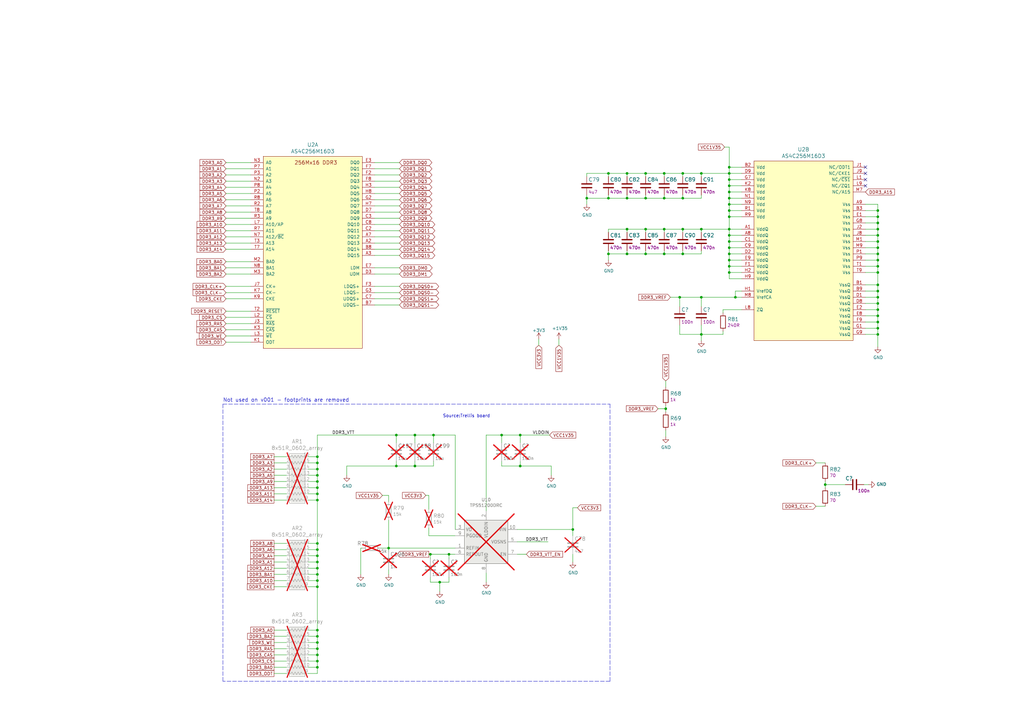
<source format=kicad_sch>
(kicad_sch (version 20231120) (generator "eeschema") (generator_version "8.0")
  (paper "A3")
  (title_block (title "${project_name}") (date "2025-03-12") (rev "${project_version}") (company "${project_creator}") (comment 1 "Reference - ecp5-dc-scm") (comment 2 "License: ${project_license}"))
  (junction (at 130.175 192.405))
  (junction (at 176.53 227.33))
  (junction (at 287.655 71.12))
  (junction (at 301.625 121.92))
  (junction (at 159.385 224.79))
  (junction (at 287.655 121.92))
  (junction (at 299.085 81.28))
  (junction (at 170.18 191.135))
  (junction (at 360.045 132.08))
  (junction (at 299.085 76.2))
  (junction (at 287.655 93.98))
  (junction (at 299.085 111.76))
  (junction (at 264.795 71.12))
  (junction (at 360.045 134.62))
  (junction (at 257.175 71.12))
  (junction (at 360.045 93.98))
  (junction (at 360.045 137.16))
  (junction (at 280.035 93.98))
  (junction (at 360.045 88.9))
  (junction (at 180.34 238.76))
  (junction (at 360.045 96.52))
  (junction (at 360.045 116.84))
  (junction (at 278.765 121.92))
  (junction (at 130.175 268.605))
  (junction (at 240.665 81.28))
  (junction (at 130.175 271.145))
  (junction (at 299.085 101.6))
  (junction (at 130.175 197.485))
  (junction (at 360.045 127))
  (junction (at 360.045 101.6))
  (junction (at 360.045 129.54))
  (junction (at 299.085 88.9))
  (junction (at 130.175 202.565))
  (junction (at 130.175 240.665))
  (junction (at 130.175 200.025))
  (junction (at 130.175 233.045))
  (junction (at 299.085 71.12))
  (junction (at 360.045 119.38))
  (junction (at 257.175 104.14))
  (junction (at 360.045 121.92))
  (junction (at 257.175 93.98))
  (junction (at 280.035 71.12))
  (junction (at 299.085 99.06))
  (junction (at 249.555 104.14))
  (junction (at 213.36 191.135))
  (junction (at 299.085 93.98))
  (junction (at 360.045 111.76))
  (junction (at 360.045 99.06))
  (junction (at 130.175 194.945))
  (junction (at 280.035 104.14))
  (junction (at 272.415 93.98))
  (junction (at 287.655 137.16))
  (junction (at 130.175 238.125))
  (junction (at 272.415 81.28))
  (junction (at 272.415 104.14))
  (junction (at 162.56 178.435))
  (junction (at 130.175 230.505))
  (junction (at 264.795 104.14))
  (junction (at 299.085 86.36))
  (junction (at 299.085 78.74))
  (junction (at 264.795 93.98))
  (junction (at 273.05 167.64))
  (junction (at 264.795 81.28))
  (junction (at 360.045 106.68))
  (junction (at 130.175 235.585))
  (junction (at 299.085 104.14))
  (junction (at 162.56 191.135))
  (junction (at 280.035 81.28))
  (junction (at 249.555 81.28))
  (junction (at 257.175 81.28))
  (junction (at 130.175 273.685))
  (junction (at 338.455 198.755))
  (junction (at 205.74 178.435))
  (junction (at 299.085 83.82))
  (junction (at 130.175 189.865))
  (junction (at 130.175 222.885))
  (junction (at 130.175 205.105))
  (junction (at 360.045 109.22))
  (junction (at 130.175 258.445))
  (junction (at 249.555 71.12))
  (junction (at 360.045 86.36))
  (junction (at 299.085 96.52))
  (junction (at 360.045 104.14))
  (junction (at 130.175 266.065))
  (junction (at 130.175 225.425))
  (junction (at 130.175 263.525))
  (junction (at 130.175 187.325))
  (junction (at 130.175 260.985))
  (junction (at 360.045 124.46))
  (junction (at 184.15 227.33))
  (junction (at 177.8 178.435))
  (junction (at 299.085 106.68))
  (junction (at 130.175 227.965))
  (junction (at 213.36 178.435))
  (junction (at 272.415 71.12))
  (junction (at 299.085 73.66))
  (junction (at 299.085 68.58))
  (junction (at 170.18 178.435))
  (junction (at 234.95 217.17))
  (junction (at 299.085 109.22))
  (junction (at 360.045 91.44))
  (no_connect (at 354.965 73.66))
  (no_connect (at 354.965 68.58))
  (no_connect (at 354.965 71.12))
  (no_connect (at 354.965 76.2))
  (wire (pts (xy 112.395 202.565) (xy 117.475 202.565)))
  (wire (pts (xy 296.545 127) (xy 304.165 127)))
  (wire (pts (xy 304.165 83.82) (xy 299.085 83.82)))
  (wire (pts (xy 162.56 178.435) (xy 162.56 181.61)))
  (wire (pts (xy 280.035 104.14) (xy 287.655 104.14)))
  (wire (pts (xy 153.67 112.395) (xy 163.83 112.395)))
  (wire (pts (xy 212.09 217.17) (xy 234.95 217.17)))
  (wire (pts (xy 304.165 81.28) (xy 299.085 81.28)))
  (wire (pts (xy 170.18 178.435) (xy 177.8 178.435)))
  (polyline (pts (xy 250.19 165.735) (xy 250.19 279.4)) (stroke (width 0) (type dash)))
  (wire (pts (xy 117.475 266.065) (xy 112.395 266.065)))
  (polyline (pts (xy 91.44 165.735) (xy 250.19 165.735)) (stroke (width 0) (type dash)))
  (wire (pts (xy 304.165 96.52) (xy 299.085 96.52)))
  (wire (pts (xy 234.95 227.33) (xy 234.95 230.505)))
  (wire (pts (xy 354.965 119.38) (xy 360.045 119.38)))
  (wire (pts (xy 112.395 227.965) (xy 117.475 227.965)))
  (wire (pts (xy 112.395 271.145) (xy 117.475 271.145)))
  (wire (pts (xy 287.655 71.12) (xy 287.655 72.39)))
  (wire (pts (xy 130.175 187.325) (xy 130.175 189.865)))
  (wire (pts (xy 278.765 133.35) (xy 278.765 137.16)))
  (wire (pts (xy 112.395 263.525) (xy 117.475 263.525)))
  (wire (pts (xy 287.655 121.92) (xy 278.765 121.92)))
  (wire (pts (xy 92.71 127.635) (xy 102.87 127.635)))
  (wire (pts (xy 92.71 89.535) (xy 102.87 89.535)))
  (wire (pts (xy 226.06 191.135) (xy 226.06 194.945)))
  (wire (pts (xy 213.36 178.435) (xy 213.36 181.61)))
  (wire (pts (xy 130.175 266.065) (xy 126.365 266.065)))
  (wire (pts (xy 130.175 230.505) (xy 130.175 233.045)))
  (wire (pts (xy 304.165 111.76) (xy 299.085 111.76)))
  (wire (pts (xy 272.415 71.12) (xy 280.035 71.12)))
  (wire (pts (xy 92.71 92.075) (xy 102.87 92.075)))
  (wire (pts (xy 176.53 236.855) (xy 176.53 238.76)))
  (wire (pts (xy 112.395 235.585) (xy 117.475 235.585)))
  (wire (pts (xy 299.085 76.2) (xy 299.085 73.66)))
  (wire (pts (xy 304.165 76.2) (xy 299.085 76.2)))
  (wire (pts (xy 177.8 178.435) (xy 177.8 181.61)))
  (wire (pts (xy 92.71 109.855) (xy 102.87 109.855)))
  (wire (pts (xy 360.045 121.92) (xy 360.045 119.38)))
  (wire (pts (xy 299.085 83.82) (xy 299.085 81.28)))
  (wire (pts (xy 92.71 94.615) (xy 102.87 94.615)))
  (wire (pts (xy 304.165 86.36) (xy 299.085 86.36)))
  (wire (pts (xy 117.475 273.685) (xy 112.395 273.685)))
  (wire (pts (xy 287.655 139.7) (xy 287.655 137.16)))
  (wire (pts (xy 280.035 93.98) (xy 280.035 95.25)))
  (wire (pts (xy 354.33 198.755) (xy 356.235 198.755)))
  (wire (pts (xy 159.385 226.06) (xy 159.385 224.79)))
  (wire (pts (xy 130.175 178.435) (xy 162.56 178.435)))
  (wire (pts (xy 234.95 217.17) (xy 234.95 219.71)))
  (wire (pts (xy 354.965 101.6) (xy 360.045 101.6)))
  (wire (pts (xy 117.475 192.405) (xy 112.395 192.405)))
  (wire (pts (xy 126.365 235.585) (xy 130.175 235.585)))
  (wire (pts (xy 92.71 71.755) (xy 102.87 71.755)))
  (wire (pts (xy 175.895 203.2) (xy 174.625 203.2)))
  (wire (pts (xy 130.175 227.965) (xy 130.175 230.505)))
  (wire (pts (xy 112.395 230.505) (xy 117.475 230.505)))
  (wire (pts (xy 338.455 198.755) (xy 346.71 198.755)))
  (wire (pts (xy 257.175 80.01) (xy 257.175 81.28)))
  (wire (pts (xy 299.085 81.28) (xy 299.085 78.74)))
  (wire (pts (xy 176.53 227.33) (xy 176.53 229.235)))
  (wire (pts (xy 299.085 88.9) (xy 299.085 86.36)))
  (wire (pts (xy 92.71 132.715) (xy 102.87 132.715)))
  (wire (pts (xy 163.83 109.855) (xy 153.67 109.855)))
  (wire (pts (xy 130.175 197.485) (xy 130.175 200.025)))
  (wire (pts (xy 175.895 219.71) (xy 186.69 219.71)))
  (wire (pts (xy 130.175 187.325) (xy 130.175 178.435)))
  (wire (pts (xy 92.71 140.335) (xy 102.87 140.335)))
  (wire (pts (xy 205.74 178.435) (xy 213.36 178.435)))
  (wire (pts (xy 117.475 222.885) (xy 112.395 222.885)))
  (wire (pts (xy 299.085 106.68) (xy 299.085 104.14)))
  (wire (pts (xy 112.395 200.025) (xy 117.475 200.025)))
  (wire (pts (xy 130.175 192.405) (xy 130.175 194.945)))
  (wire (pts (xy 280.035 80.01) (xy 280.035 81.28)))
  (wire (pts (xy 130.175 263.525) (xy 130.175 266.065)))
  (wire (pts (xy 299.085 86.36) (xy 299.085 83.82)))
  (wire (pts (xy 360.045 99.06) (xy 360.045 96.52)))
  (wire (pts (xy 92.71 135.255) (xy 102.87 135.255)))
  (wire (pts (xy 360.045 129.54) (xy 360.045 127)))
  (wire (pts (xy 126.365 205.105) (xy 130.175 205.105)))
  (wire (pts (xy 299.085 73.66) (xy 299.085 71.12)))
  (wire (pts (xy 159.385 203.2) (xy 159.385 205.74)))
  (wire (pts (xy 360.045 116.84) (xy 360.045 111.76)))
  (wire (pts (xy 264.795 80.01) (xy 264.795 81.28)))
  (wire (pts (xy 163.83 79.375) (xy 153.67 79.375)))
  (wire (pts (xy 130.175 222.885) (xy 130.175 225.425)))
  (wire (pts (xy 240.665 71.12) (xy 249.555 71.12)))
  (wire (pts (xy 130.175 202.565) (xy 130.175 205.105)))
  (wire (pts (xy 126.365 240.665) (xy 130.175 240.665)))
  (wire (pts (xy 296.545 135.89) (xy 296.545 137.16)))
  (wire (pts (xy 148.59 224.79) (xy 147.955 224.79)))
  (wire (pts (xy 92.71 76.835) (xy 102.87 76.835)))
  (wire (pts (xy 264.795 93.98) (xy 272.415 93.98)))
  (wire (pts (xy 269.875 167.64) (xy 273.05 167.64)))
  (wire (pts (xy 360.045 134.62) (xy 360.045 132.08)))
  (wire (pts (xy 126.365 200.025) (xy 130.175 200.025)))
  (wire (pts (xy 92.71 107.315) (xy 102.87 107.315)))
  (wire (pts (xy 249.555 71.12) (xy 257.175 71.12)))
  (wire (pts (xy 126.365 260.985) (xy 130.175 260.985)))
  (wire (pts (xy 177.8 178.435) (xy 186.69 178.435)))
  (wire (pts (xy 175.895 227.33) (xy 176.53 227.33)))
  (wire (pts (xy 163.83 86.995) (xy 153.67 86.995)))
  (wire (pts (xy 170.18 189.23) (xy 170.18 191.135)))
  (wire (pts (xy 199.39 178.435) (xy 205.74 178.435)))
  (wire (pts (xy 162.56 189.23) (xy 162.56 191.135)))
  (wire (pts (xy 92.71 117.475) (xy 102.87 117.475)))
  (wire (pts (xy 130.175 233.045) (xy 130.175 235.585)))
  (wire (pts (xy 354.965 111.76) (xy 360.045 111.76)))
  (wire (pts (xy 126.365 194.945) (xy 130.175 194.945)))
  (wire (pts (xy 301.625 121.92) (xy 304.165 121.92)))
  (wire (pts (xy 287.655 71.12) (xy 299.085 71.12)))
  (wire (pts (xy 176.53 227.33) (xy 184.15 227.33)))
  (wire (pts (xy 299.085 96.52) (xy 299.085 93.98)))
  (polyline (pts (xy 250.19 279.4) (xy 91.44 279.4)) (stroke (width 0) (type dash)))
  (wire (pts (xy 130.175 238.125) (xy 126.365 238.125)))
  (wire (pts (xy 175.895 203.2) (xy 175.895 208.915)))
  (wire (pts (xy 354.965 93.98) (xy 360.045 93.98)))
  (wire (pts (xy 177.8 189.23) (xy 177.8 191.135)))
  (wire (pts (xy 272.415 80.01) (xy 272.415 81.28)))
  (wire (pts (xy 354.965 116.84) (xy 360.045 116.84)))
  (wire (pts (xy 272.415 102.87) (xy 272.415 104.14)))
  (wire (pts (xy 126.365 268.605) (xy 130.175 268.605)))
  (wire (pts (xy 126.365 192.405) (xy 130.175 192.405)))
  (wire (pts (xy 224.79 222.25) (xy 212.09 222.25)))
  (wire (pts (xy 130.175 273.685) (xy 130.175 271.145)))
  (wire (pts (xy 360.045 127) (xy 360.045 124.46)))
  (wire (pts (xy 299.085 78.74) (xy 299.085 76.2)))
  (wire (pts (xy 287.655 93.98) (xy 299.085 93.98)))
  (wire (pts (xy 360.045 119.38) (xy 360.045 116.84)))
  (wire (pts (xy 184.15 236.855) (xy 184.15 238.76)))
  (wire (pts (xy 334.645 207.645) (xy 338.455 207.645)))
  (wire (pts (xy 126.365 276.225) (xy 130.175 276.225)))
  (wire (pts (xy 354.965 129.54) (xy 360.045 129.54)))
  (wire (pts (xy 299.085 111.76) (xy 299.085 109.22)))
  (wire (pts (xy 126.365 263.525) (xy 130.175 263.525)))
  (wire (pts (xy 296.545 137.16) (xy 287.655 137.16)))
  (wire (pts (xy 163.83 71.755) (xy 153.67 71.755)))
  (wire (pts (xy 240.665 81.28) (xy 240.665 83.82)))
  (wire (pts (xy 92.71 66.675) (xy 102.87 66.675)))
  (wire (pts (xy 272.415 71.12) (xy 272.415 72.39)))
  (wire (pts (xy 249.555 102.87) (xy 249.555 104.14)))
  (wire (pts (xy 159.385 224.79) (xy 156.21 224.79)))
  (wire (pts (xy 163.83 120.015) (xy 153.67 120.015)))
  (wire (pts (xy 147.955 224.79) (xy 147.955 235.585)))
  (wire (pts (xy 117.475 258.445) (xy 112.395 258.445)))
  (wire (pts (xy 296.545 127) (xy 296.545 128.27)))
  (wire (pts (xy 272.415 104.14) (xy 280.035 104.14)))
  (wire (pts (xy 163.83 76.835) (xy 153.67 76.835)))
  (wire (pts (xy 130.175 205.105) (xy 130.175 222.885)))
  (wire (pts (xy 360.045 124.46) (xy 360.045 121.92)))
  (wire (pts (xy 112.395 187.325) (xy 117.475 187.325)))
  (wire (pts (xy 240.665 80.01) (xy 240.665 81.28)))
  (wire (pts (xy 299.085 109.22) (xy 299.085 106.68)))
  (wire (pts (xy 280.035 71.12) (xy 280.035 72.39)))
  (wire (pts (xy 360.045 101.6) (xy 360.045 99.06)))
  (wire (pts (xy 249.555 93.98) (xy 249.555 95.25)))
  (wire (pts (xy 126.365 230.505) (xy 130.175 230.505)))
  (wire (pts (xy 163.83 125.095) (xy 153.67 125.095)))
  (wire (pts (xy 162.56 178.435) (xy 170.18 178.435)))
  (wire (pts (xy 180.34 238.76) (xy 184.15 238.76)))
  (wire (pts (xy 117.475 225.425) (xy 112.395 225.425)))
  (wire (pts (xy 287.655 80.01) (xy 287.655 81.28)))
  (wire (pts (xy 264.795 71.12) (xy 264.795 72.39)))
  (wire (pts (xy 163.83 74.295) (xy 153.67 74.295)))
  (wire (pts (xy 249.555 104.14) (xy 257.175 104.14)))
  (wire (pts (xy 354.965 137.16) (xy 360.045 137.16)))
  (wire (pts (xy 304.165 88.9) (xy 299.085 88.9)))
  (wire (pts (xy 92.71 137.795) (xy 102.87 137.795)))
  (wire (pts (xy 130.175 202.565) (xy 126.365 202.565)))
  (wire (pts (xy 112.395 197.485) (xy 117.475 197.485)))
  (wire (pts (xy 184.15 227.33) (xy 186.69 227.33)))
  (wire (pts (xy 354.965 127) (xy 360.045 127)))
  (wire (pts (xy 92.71 130.175) (xy 102.87 130.175)))
  (wire (pts (xy 249.555 71.12) (xy 249.555 72.39)))
  (wire (pts (xy 177.8 191.135) (xy 170.18 191.135)))
  (wire (pts (xy 360.045 86.36) (xy 360.045 83.82)))
  (wire (pts (xy 287.655 93.98) (xy 287.655 95.25)))
  (wire (pts (xy 142.24 191.135) (xy 142.24 194.945)))
  (wire (pts (xy 257.175 93.98) (xy 257.175 95.25)))
  (wire (pts (xy 297.18 60.325) (xy 299.085 60.325)))
  (wire (pts (xy 354.965 88.9) (xy 360.045 88.9)))
  (wire (pts (xy 213.36 178.435) (xy 225.425 178.435)))
  (wire (pts (xy 159.385 235.585) (xy 159.385 233.68)))
  (wire (pts (xy 287.655 133.35) (xy 287.655 137.16)))
  (wire (pts (xy 249.555 93.98) (xy 257.175 93.98)))
  (wire (pts (xy 92.71 69.215) (xy 102.87 69.215)))
  (wire (pts (xy 273.05 167.64) (xy 273.05 168.91)))
  (wire (pts (xy 264.795 71.12) (xy 272.415 71.12)))
  (wire (pts (xy 354.965 96.52) (xy 360.045 96.52)))
  (wire (pts (xy 360.045 106.68) (xy 360.045 104.14)))
  (wire (pts (xy 92.71 79.375) (xy 102.87 79.375)))
  (wire (pts (xy 130.175 200.025) (xy 130.175 202.565)))
  (wire (pts (xy 354.965 104.14) (xy 360.045 104.14)))
  (wire (pts (xy 301.625 119.38) (xy 301.625 121.92)))
  (wire (pts (xy 153.67 66.675) (xy 163.83 66.675)))
  (wire (pts (xy 354.965 134.62) (xy 360.045 134.62)))
  (wire (pts (xy 360.045 83.82) (xy 354.965 83.82)))
  (wire (pts (xy 126.365 187.325) (xy 130.175 187.325)))
  (wire (pts (xy 272.415 93.98) (xy 280.035 93.98)))
  (wire (pts (xy 264.795 93.98) (xy 264.795 95.25)))
  (wire (pts (xy 162.56 191.135) (xy 142.24 191.135)))
  (wire (pts (xy 240.665 71.12) (xy 240.665 72.39)))
  (wire (pts (xy 126.365 225.425) (xy 130.175 225.425)))
  (wire (pts (xy 159.385 203.2) (xy 156.845 203.2)))
  (wire (pts (xy 205.74 189.23) (xy 205.74 191.135)))
  (wire (pts (xy 213.36 191.135) (xy 226.06 191.135)))
  (wire (pts (xy 112.395 240.665) (xy 117.475 240.665)))
  (wire (pts (xy 287.655 102.87) (xy 287.655 104.14)))
  (wire (pts (xy 257.175 71.12) (xy 264.795 71.12)))
  (wire (pts (xy 360.045 91.44) (xy 360.045 88.9)))
  (wire (pts (xy 130.175 225.425) (xy 130.175 227.965)))
  (wire (pts (xy 163.83 104.775) (xy 153.67 104.775)))
  (wire (pts (xy 130.175 240.665) (xy 130.175 258.445)))
  (wire (pts (xy 274.955 121.92) (xy 278.765 121.92)))
  (wire (pts (xy 130.175 227.965) (xy 126.365 227.965)))
  (wire (pts (xy 354.965 132.08) (xy 360.045 132.08)))
  (wire (pts (xy 299.085 104.14) (xy 299.085 101.6)))
  (wire (pts (xy 280.035 102.87) (xy 280.035 104.14)))
  (wire (pts (xy 299.085 114.3) (xy 299.085 111.76)))
  (wire (pts (xy 184.15 227.33) (xy 184.15 229.235)))
  (wire (pts (xy 205.74 178.435) (xy 205.74 181.61)))
  (wire (pts (xy 126.365 189.865) (xy 130.175 189.865)))
  (wire (pts (xy 273.05 156.21) (xy 273.05 158.75)))
  (wire (pts (xy 170.18 178.435) (xy 170.18 181.61)))
  (wire (pts (xy 304.165 114.3) (xy 299.085 114.3)))
  (wire (pts (xy 130.175 273.685) (xy 126.365 273.685)))
  (wire (pts (xy 112.395 268.605) (xy 117.475 268.605)))
  (wire (pts (xy 299.085 93.98) (xy 299.085 88.9)))
  (wire (pts (xy 92.71 112.395) (xy 102.87 112.395)))
  (wire (pts (xy 159.385 224.79) (xy 186.69 224.79)))
  (wire (pts (xy 360.045 93.98) (xy 360.045 91.44)))
  (wire (pts (xy 304.165 104.14) (xy 299.085 104.14)))
  (wire (pts (xy 92.71 102.235) (xy 102.87 102.235)))
  (wire (pts (xy 215.9 227.33) (xy 212.09 227.33)))
  (wire (pts (xy 112.395 189.865) (xy 117.475 189.865)))
  (wire (pts (xy 170.18 191.135) (xy 162.56 191.135)))
  (wire (pts (xy 273.05 176.53) (xy 273.05 179.07)))
  (wire (pts (xy 257.175 93.98) (xy 264.795 93.98)))
  (wire (pts (xy 272.415 81.28) (xy 280.035 81.28)))
  (wire (pts (xy 360.045 109.22) (xy 360.045 106.68)))
  (wire (pts (xy 249.555 106.68) (xy 249.555 104.14)))
  (wire (pts (xy 130.175 271.145) (xy 130.175 268.605)))
  (wire (pts (xy 304.165 73.66) (xy 299.085 73.66)))
  (wire (pts (xy 354.965 86.36) (xy 360.045 86.36)))
  (wire (pts (xy 264.795 104.14) (xy 272.415 104.14)))
  (wire (pts (xy 220.98 139.065) (xy 220.98 141.605)))
  (wire (pts (xy 299.085 101.6) (xy 299.085 99.06)))
  (wire (pts (xy 280.035 93.98) (xy 287.655 93.98)))
  (wire (pts (xy 257.175 104.14) (xy 264.795 104.14)))
  (wire (pts (xy 186.69 178.435) (xy 186.69 217.17)))
  (wire (pts (xy 130.175 222.885) (xy 126.365 222.885)))
  (wire (pts (xy 92.71 86.995) (xy 102.87 86.995)))
  (wire (pts (xy 354.965 99.06) (xy 360.045 99.06)))
  (wire (pts (xy 229.235 139.065) (xy 229.235 141.605)))
  (wire (pts (xy 360.045 142.24) (xy 360.045 137.16)))
  (wire (pts (xy 338.455 198.755) (xy 338.455 197.485)))
  (wire (pts (xy 287.655 121.92) (xy 287.655 125.73)))
  (wire (pts (xy 304.165 99.06) (xy 299.085 99.06)))
  (wire (pts (xy 280.035 81.28) (xy 287.655 81.28)))
  (wire (pts (xy 126.365 233.045) (xy 130.175 233.045)))
  (wire (pts (xy 199.39 238.76) (xy 199.39 234.95)))
  (wire (pts (xy 304.165 78.74) (xy 299.085 78.74)))
  (wire (pts (xy 199.39 178.435) (xy 199.39 209.55)))
  (wire (pts (xy 92.71 74.295) (xy 102.87 74.295)))
  (wire (pts (xy 92.71 99.695) (xy 102.87 99.695)))
  (wire (pts (xy 163.83 122.555) (xy 153.67 122.555)))
  (wire (pts (xy 280.035 71.12) (xy 287.655 71.12)))
  (wire (pts (xy 213.36 189.23) (xy 213.36 191.135)))
  (wire (pts (xy 163.83 89.535) (xy 153.67 89.535)))
  (wire (pts (xy 130.175 197.485) (xy 126.365 197.485)))
  (wire (pts (xy 354.965 91.44) (xy 360.045 91.44)))
  (wire (pts (xy 180.34 242.57) (xy 180.34 238.76)))
  (wire (pts (xy 304.165 109.22) (xy 299.085 109.22)))
  (wire (pts (xy 249.555 80.01) (xy 249.555 81.28)))
  (wire (pts (xy 354.965 106.68) (xy 360.045 106.68)))
  (wire (pts (xy 159.385 213.36) (xy 159.385 224.79)))
  (wire (pts (xy 126.365 271.145) (xy 130.175 271.145)))
  (wire (pts (xy 163.83 84.455) (xy 153.67 84.455)))
  (wire (pts (xy 273.05 166.37) (xy 273.05 167.64)))
  (wire (pts (xy 304.165 106.68) (xy 299.085 106.68)))
  (wire (pts (xy 163.83 117.475) (xy 153.67 117.475)))
  (wire (pts (xy 299.085 60.325) (xy 299.085 68.58)))
  (wire (pts (xy 112.395 238.125) (xy 117.475 238.125)))
  (wire (pts (xy 92.71 122.555) (xy 102.87 122.555)))
  (wire (pts (xy 163.83 92.075) (xy 153.67 92.075)))
  (wire (pts (xy 130.175 238.125) (xy 130.175 240.665)))
  (wire (pts (xy 304.165 119.38) (xy 301.625 119.38)))
  (wire (pts (xy 304.165 68.58) (xy 299.085 68.58)))
  (wire (pts (xy 163.83 94.615) (xy 153.67 94.615)))
  (wire (pts (xy 92.71 97.155) (xy 102.87 97.155)))
  (wire (pts (xy 360.045 104.14) (xy 360.045 101.6)))
  (wire (pts (xy 112.395 194.945) (xy 117.475 194.945)))
  (wire (pts (xy 234.95 208.28) (xy 236.855 208.28)))
  (wire (pts (xy 163.83 69.215) (xy 153.67 69.215)))
  (wire (pts (xy 130.175 189.865) (xy 130.175 192.405)))
  (wire (pts (xy 299.085 71.12) (xy 299.085 68.58)))
  (wire (pts (xy 130.175 235.585) (xy 130.175 238.125)))
  (wire (pts (xy 176.53 238.76) (xy 180.34 238.76)))
  (wire (pts (xy 175.895 216.535) (xy 175.895 219.71)))
  (wire (pts (xy 130.175 268.605) (xy 130.175 266.065)))
  (wire (pts (xy 360.045 132.08) (xy 360.045 129.54)))
  (wire (pts (xy 92.71 120.015) (xy 102.87 120.015)))
  (polyline (pts (xy 91.44 279.4) (xy 91.44 165.735)) (stroke (width 0) (type dash)))
  (wire (pts (xy 338.455 200.025) (xy 338.455 198.755)))
  (wire (pts (xy 264.795 102.87) (xy 264.795 104.14)))
  (wire (pts (xy 304.165 93.98) (xy 299.085 93.98)))
  (wire (pts (xy 117.475 233.045) (xy 112.395 233.045)))
  (wire (pts (xy 163.83 102.235) (xy 153.67 102.235)))
  (wire (pts (xy 257.175 81.28) (xy 264.795 81.28)))
  (wire (pts (xy 257.175 71.12) (xy 257.175 72.39)))
  (wire (pts (xy 112.395 260.985) (xy 117.475 260.985)))
  (wire (pts (xy 249.555 81.28) (xy 257.175 81.28)))
  (wire (pts (xy 360.045 137.16) (xy 360.045 134.62)))
  (wire (pts (xy 354.965 109.22) (xy 360.045 109.22)))
  (wire (pts (xy 264.795 81.28) (xy 272.415 81.28)))
  (wire (pts (xy 257.175 102.87) (xy 257.175 104.14)))
  (wire (pts (xy 163.83 99.695) (xy 153.67 99.695)))
  (wire (pts (xy 112.395 205.105) (xy 117.475 205.105)))
  (wire (pts (xy 130.175 260.985) (xy 130.175 263.525)))
  (wire (pts (xy 287.655 121.92) (xy 301.625 121.92)))
  (wire (pts (xy 360.045 96.52) (xy 360.045 93.98)))
  (wire (pts (xy 163.83 97.155) (xy 153.67 97.155)))
  (wire (pts (xy 92.71 81.915) (xy 102.87 81.915)))
  (wire (pts (xy 360.045 111.76) (xy 360.045 109.22)))
  (wire (pts (xy 299.085 99.06) (xy 299.085 96.52)))
  (wire (pts (xy 130.175 273.685) (xy 130.175 276.225)))
  (wire (pts (xy 130.175 194.945) (xy 130.175 197.485)))
  (wire (pts (xy 287.655 137.16) (xy 278.765 137.16)))
  (wire (pts (xy 130.175 258.445) (xy 130.175 260.985)))
  (wire (pts (xy 354.965 121.92) (xy 360.045 121.92)))
  (wire (pts (xy 234.95 208.28) (xy 234.95 217.17)))
  (wire (pts (xy 360.045 88.9) (xy 360.045 86.36)))
  (wire (pts (xy 240.665 81.28) (xy 249.555 81.28)))
  (wire (pts (xy 278.765 121.92) (xy 278.765 125.73)))
  (wire (pts (xy 112.395 276.225) (xy 117.475 276.225)))
  (wire (pts (xy 130.175 258.445) (xy 126.365 258.445)))
  (wire (pts (xy 92.71 84.455) (xy 102.87 84.455)))
  (wire (pts (xy 354.965 124.46) (xy 360.045 124.46)))
  (wire (pts (xy 338.455 189.865) (xy 334.645 189.865)))
  (wire (pts (xy 163.83 81.915) (xy 153.67 81.915)))
  (wire (pts (xy 272.415 93.98) (xy 272.415 95.25)))
  (wire (pts (xy 304.165 101.6) (xy 299.085 101.6)))
  (wire (pts (xy 213.36 191.135) (xy 205.74 191.135)))
  (wire (pts (xy 304.165 71.12) (xy 299.085 71.12)))
  (text "Not used on v001 - footprints are removed" (at 91.44 165.1 0) (effects (font (size 1.524 1.524)) (justify left bottom)))
  (text "Source:Trellis board" (at 181.61 171.45 0) (effects (font (size 1.27 1.27)) (justify left bottom)))
  (label "VLDOIN" (at 218.44 178.435 0))
  (label "DDR3_VTT" (at 145.415 178.435 180))
  (label "DDR3_VTT" (at 224.79 222.25 180))
  (global_label "DDR3_A1" (shape input) (at 92.71 69.215 180) (property "Intersheetrefs" "${INTERSHEET_REFS}" (effects (hide yes))))
  (global_label "DDR3_A9" (shape passive) (at 112.395 197.485 180) (property "Intersheetrefs" "${INTERSHEET_REFS}" (effects (hide yes))))
  (global_label "DDR3_DQ14" (shape bidirectional) (at 163.83 102.235 0) (property "Intersheetrefs" "${INTERSHEET_REFS}" (effects (hide yes))))
  (global_label "DDR3_WE" (shape input) (at 92.71 137.795 180) (property "Intersheetrefs" "${INTERSHEET_REFS}" (effects (hide yes))))
  (global_label "DDR3_A10" (shape passive) (at 112.395 238.125 180) (property "Intersheetrefs" "${INTERSHEET_REFS}" (effects (hide yes))))
  (global_label "DDR3_A11" (shape passive) (at 112.395 202.565 180) (property "Intersheetrefs" "${INTERSHEET_REFS}" (effects (hide yes))))
  (global_label "DDR3_DQ1" (shape bidirectional) (at 163.83 69.215 0) (property "Intersheetrefs" "${INTERSHEET_REFS}" (effects (hide yes))))
  (global_label "DDR3_A7" (shape input) (at 92.71 84.455 180) (property "Intersheetrefs" "${INTERSHEET_REFS}" (effects (hide yes))))
  (global_label "DDR3_BA2" (shape passive) (at 112.395 260.985 180) (property "Intersheetrefs" "${INTERSHEET_REFS}" (effects (hide yes))))
  (global_label "DDR3_A14" (shape passive) (at 112.395 205.105 180) (property "Intersheetrefs" "${INTERSHEET_REFS}" (effects (hide yes))))
  (global_label "DDR3_A14" (shape input) (at 92.71 102.235 180) (property "Intersheetrefs" "${INTERSHEET_REFS}" (effects (hide yes))))
  (global_label "DDR3_DQ2" (shape bidirectional) (at 163.83 71.755 0) (property "Intersheetrefs" "${INTERSHEET_REFS}" (effects (hide yes))))
  (global_label "DDR3_CS" (shape input) (at 92.71 130.175 180) (property "Intersheetrefs" "${INTERSHEET_REFS}" (effects (hide yes))))
  (global_label "DDR3_DQS1-" (shape bidirectional) (at 163.83 125.095 0) (property "Intersheetrefs" "${INTERSHEET_REFS}" (effects (hide yes))))
  (global_label "DDR3_ODT" (shape passive) (at 112.395 276.225 180) (property "Intersheetrefs" "${INTERSHEET_REFS}" (effects (hide yes))))
  (global_label "DDR3_DQ7" (shape bidirectional) (at 163.83 84.455 0) (property "Intersheetrefs" "${INTERSHEET_REFS}" (effects (hide yes))))
  (global_label "DDR3_A5" (shape passive) (at 112.395 194.945 180) (property "Intersheetrefs" "${INTERSHEET_REFS}" (effects (hide yes))))
  (global_label "DDR3_A5" (shape input) (at 92.71 79.375 180) (property "Intersheetrefs" "${INTERSHEET_REFS}" (effects (hide yes))))
  (global_label "DDR3_DQ6" (shape bidirectional) (at 163.83 81.915 0) (property "Intersheetrefs" "${INTERSHEET_REFS}" (effects (hide yes))))
  (global_label "DDR3_A7" (shape passive) (at 112.395 187.325 180) (property "Intersheetrefs" "${INTERSHEET_REFS}" (effects (hide yes))))
  (global_label "DDR3_A1" (shape passive) (at 112.395 230.505 180) (property "Intersheetrefs" "${INTERSHEET_REFS}" (effects (hide yes))))
  (global_label "DDR3_VTT_EN" (shape input) (at 215.9 227.33 0) (property "Intersheetrefs" "${INTERSHEET_REFS}" (effects (hide yes))))
  (global_label "VCC1V35" (shape input) (at 156.845 203.2 180) (property "Intersheetrefs" "${INTERSHEET_REFS}" (effects (hide yes))))
  (global_label "DDR3_DQS0-" (shape bidirectional) (at 163.83 120.015 0) (property "Intersheetrefs" "${INTERSHEET_REFS}" (effects (hide yes))))
  (global_label "DDR3_DQS1+" (shape bidirectional) (at 163.83 122.555 0) (property "Intersheetrefs" "${INTERSHEET_REFS}" (effects (hide yes))))
  (global_label "DDR3_DQ8" (shape bidirectional) (at 163.83 86.995 0) (property "Intersheetrefs" "${INTERSHEET_REFS}" (effects (hide yes))))
  (global_label "DDR3_A8" (shape input) (at 92.71 86.995 180) (property "Intersheetrefs" "${INTERSHEET_REFS}" (effects (hide yes))))
  (global_label "DDR3_A13" (shape passive) (at 112.395 200.025 180) (property "Intersheetrefs" "${INTERSHEET_REFS}" (effects (hide yes))))
  (global_label "DDR3_A2" (shape input) (at 92.71 71.755 180) (property "Intersheetrefs" "${INTERSHEET_REFS}" (effects (hide yes))))
  (global_label "DDR3_WE" (shape passive) (at 112.395 263.525 180) (property "Intersheetrefs" "${INTERSHEET_REFS}" (effects (hide yes))))
  (global_label "DDR3_A10" (shape input) (at 92.71 92.075 180) (property "Intersheetrefs" "${INTERSHEET_REFS}" (effects (hide yes))))
  (global_label "DDR3_A0" (shape passive) (at 112.395 258.445 180) (property "Intersheetrefs" "${INTERSHEET_REFS}" (effects (hide yes))))
  (global_label "DDR3_DQ4" (shape bidirectional) (at 163.83 76.835 0) (property "Intersheetrefs" "${INTERSHEET_REFS}" (effects (hide yes))))
  (global_label "DDR3_VREF" (shape input) (at 269.875 167.64 180) (property "Intersheetrefs" "${INTERSHEET_REFS}" (effects (hide yes))))
  (global_label "DDR3_A13" (shape input) (at 92.71 99.695 180) (property "Intersheetrefs" "${INTERSHEET_REFS}" (effects (hide yes))))
  (global_label "DDR3_VREF" (shape input) (at 274.955 121.92 180) (property "Intersheetrefs" "${INTERSHEET_REFS}" (effects (hide yes))))
  (global_label "DDR3_A12" (shape passive) (at 112.395 233.045 180) (property "Intersheetrefs" "${INTERSHEET_REFS}" (effects (hide yes))))
  (global_label "DDR3_A4" (shape input) (at 92.71 76.835 180) (property "Intersheetrefs" "${INTERSHEET_REFS}" (effects (hide yes))))
  (global_label "DDR3_DQ13" (shape bidirectional) (at 163.83 99.695 0) (property "Intersheetrefs" "${INTERSHEET_REFS}" (effects (hide yes))))
  (global_label "DDR3_BA1" (shape passive) (at 112.395 235.585 180) (property "Intersheetrefs" "${INTERSHEET_REFS}" (effects (hide yes))))
  (global_label "VCC1V35" (shape input) (at 297.18 60.325 180) (property "Intersheetrefs" "${INTERSHEET_REFS}" (effects (hide yes))))
  (global_label "DDR3_DQ0" (shape bidirectional) (at 163.83 66.675 0) (property "Intersheetrefs" "${INTERSHEET_REFS}" (effects (hide yes))))
  (global_label "DDR3_CLK-" (shape input) (at 334.645 207.645 180) (property "Intersheetrefs" "${INTERSHEET_REFS}" (effects (hide yes))))
  (global_label "DDR3_BA2" (shape input) (at 92.71 112.395 180) (property "Intersheetrefs" "${INTERSHEET_REFS}" (effects (hide yes))))
  (global_label "DDR3_BA0" (shape passive) (at 112.395 273.685 180) (property "Intersheetrefs" "${INTERSHEET_REFS}" (effects (hide yes))))
  (global_label "DDR3_A3" (shape passive) (at 112.395 189.865 180) (property "Intersheetrefs" "${INTERSHEET_REFS}" (effects (hide yes))))
  (global_label "DDR3_DQ15" (shape bidirectional) (at 163.83 104.775 0) (property "Intersheetrefs" "${INTERSHEET_REFS}" (effects (hide yes))))
  (global_label "DDR3_DQ9" (shape bidirectional) (at 163.83 89.535 0) (property "Intersheetrefs" "${INTERSHEET_REFS}" (effects (hide yes))))
  (global_label "DDR3_RESET" (shape input) (at 92.71 127.635 180) (property "Intersheetrefs" "${INTERSHEET_REFS}" (effects (hide yes))))
  (global_label "DDR3_CS" (shape passive) (at 112.395 271.145 180) (property "Intersheetrefs" "${INTERSHEET_REFS}" (effects (hide yes))))
  (global_label "DDR3_RAS" (shape input) (at 92.71 132.715 180) (property "Intersheetrefs" "${INTERSHEET_REFS}" (effects (hide yes))))
  (global_label "DDR3_A6" (shape passive) (at 112.395 225.425 180) (property "Intersheetrefs" "${INTERSHEET_REFS}" (effects (hide yes))))
  (global_label "VCC3V3" (shape input) (at 236.855 208.28 0) (property "Intersheetrefs" "${INTERSHEET_REFS}" (effects (hide yes))))
  (global_label "DDR3_A12" (shape input) (at 92.71 97.155 180) (property "Intersheetrefs" "${INTERSHEET_REFS}" (effects (hide yes))))
  (global_label "DDR3_ODT" (shape input) (at 92.71 140.335 180) (property "Intersheetrefs" "${INTERSHEET_REFS}" (effects (hide yes))))
  (global_label "DDR3_DQ11" (shape bidirectional) (at 163.83 94.615 0) (property "Intersheetrefs" "${INTERSHEET_REFS}" (effects (hide yes))))
  (global_label "DDR3_BA0" (shape input) (at 92.71 107.315 180) (property "Intersheetrefs" "${INTERSHEET_REFS}" (effects (hide yes))))
  (global_label "VCC1V35" (shape input) (at 273.05 156.21 90) (property "Intersheetrefs" "${INTERSHEET_REFS}" (effects (hide yes))))
  (global_label "DDR3_RAS" (shape passive) (at 112.395 266.065 180) (property "Intersheetrefs" "${INTERSHEET_REFS}" (effects (hide yes))))
  (global_label "VCC1V35" (shape input) (at 229.235 141.605 270) (property "Intersheetrefs" "${INTERSHEET_REFS}" (effects (hide yes))))
  (global_label "DDR3_A8" (shape passive) (at 112.395 222.885 180) (property "Intersheetrefs" "${INTERSHEET_REFS}" (effects (hide yes))))
  (global_label "DDR3_A2" (shape passive) (at 112.395 192.405 180) (property "Intersheetrefs" "${INTERSHEET_REFS}" (effects (hide yes))))
  (global_label "DDR3_DQS0+" (shape bidirectional) (at 163.83 117.475 0) (property "Intersheetrefs" "${INTERSHEET_REFS}" (effects (hide yes))))
  (global_label "VCC3V3" (shape input) (at 220.98 141.605 270) (property "Intersheetrefs" "${INTERSHEET_REFS}" (effects (hide yes))))
  (global_label "DDR3_CLK+" (shape input) (at 334.645 189.865 180) (property "Intersheetrefs" "${INTERSHEET_REFS}" (effects (hide yes))))
  (global_label "DDR3_DQ5" (shape bidirectional) (at 163.83 79.375 0) (property "Intersheetrefs" "${INTERSHEET_REFS}" (effects (hide yes))))
  (global_label "DDR3_DQ3" (shape bidirectional) (at 163.83 74.295 0) (property "Intersheetrefs" "${INTERSHEET_REFS}" (effects (hide yes))))
  (global_label "DDR3_CAS" (shape input) (at 92.71 135.255 180) (property "Intersheetrefs" "${INTERSHEET_REFS}" (effects (hide yes))))
  (global_label "VCC3V3" (shape input) (at 174.625 203.2 180) (property "Intersheetrefs" "${INTERSHEET_REFS}" (effects (hide yes))))
  (global_label "DDR3_CLK+" (shape input) (at 92.71 117.475 180) (property "Intersheetrefs" "${INTERSHEET_REFS}" (effects (hide yes))))
  (global_label "DDR3_A6" (shape input) (at 92.71 81.915 180) (property "Intersheetrefs" "${INTERSHEET_REFS}" (effects (hide yes))))
  (global_label "DDR3_CLK-" (shape input) (at 92.71 120.015 180) (property "Intersheetrefs" "${INTERSHEET_REFS}" (effects (hide yes))))
  (global_label "DDR3_A11" (shape input) (at 92.71 94.615 180) (property "Intersheetrefs" "${INTERSHEET_REFS}" (effects (hide yes))))
  (global_label "DDR3_DM0" (shape bidirectional) (at 163.83 109.855 0) (property "Intersheetrefs" "${INTERSHEET_REFS}" (effects (hide yes))))
  (global_label "DDR3_CKE" (shape input) (at 92.71 122.555 180) (property "Intersheetrefs" "${INTERSHEET_REFS}" (effects (hide yes))))
  (global_label "DDR3_A3" (shape input) (at 92.71 74.295 180) (property "Intersheetrefs" "${INTERSHEET_REFS}" (effects (hide yes))))
  (global_label "DDR3_DQ10" (shape bidirectional) (at 163.83 92.075 0) (property "Intersheetrefs" "${INTERSHEET_REFS}" (effects (hide yes))))
  (global_label "DDR3_BA1" (shape input) (at 92.71 109.855 180) (property "Intersheetrefs" "${INTERSHEET_REFS}" (effects (hide yes))))
  (global_label "DDR3_A15" (shape input) (at 354.965 78.74 0) (property "Intersheetrefs" "${INTERSHEET_REFS}" (effects (hide yes))))
  (global_label "DDR3_DQ12" (shape bidirectional) (at 163.83 97.155 0) (property "Intersheetrefs" "${INTERSHEET_REFS}" (effects (hide yes))))
  (global_label "DDR3_A4" (shape passive) (at 112.395 227.965 180) (property "Intersheetrefs" "${INTERSHEET_REFS}" (effects (hide yes))))
  (global_label "DDR3_DM1" (shape bidirectional) (at 163.83 112.395 0) (property "Intersheetrefs" "${INTERSHEET_REFS}" (effects (hide yes))))
  (global_label "DDR3_A0" (shape input) (at 92.71 66.675 180) (property "Intersheetrefs" "${INTERSHEET_REFS}" (effects (hide yes))))
  (global_label "VCC1V35" (shape input) (at 225.425 178.435 0) (property "Intersheetrefs" "${INTERSHEET_REFS}" (effects (hide yes))))
  (global_label "DDR3_CKE" (shape passive) (at 112.395 240.665 180) (property "Intersheetrefs" "${INTERSHEET_REFS}" (effects (hide yes))))
  (global_label "DDR3_VREF" (shape output) (at 175.895 227.33 180) (property "Intersheetrefs" "${INTERSHEET_REFS}" (effects (hide yes))))
  (global_label "DDR3_CAS" (shape passive) (at 112.395 268.605 180) (property "Intersheetrefs" "${INTERSHEET_REFS}" (effects (hide yes))))
  (global_label "DDR3_A9" (shape input) (at 92.71 89.535 180) (property "Intersheetrefs" "${INTERSHEET_REFS}" (effects (hide yes))))
  (symbol (lib_id "ecp5-dc-scm:R_51R_0402") (at 338.455 193.675 270) (unit 1)
    (property "Reference" "R82" (at 340.233 192.532 90) (effects (font (size 1.524 1.524)) (justify left)))
    (property "Value" "70" (effects (hide yes)))
    (property "Footprint" "Resistor_SMD:R_0402_1005Metric" (effects (hide yes)))
    (property "Manufacturer" "YAGEO" (effects (hide yes)))
    (property "MPN" "RC0402FR-0751RL" (effects (hide yes)))
    (property "Val" "70" (at 340.233 195.0212 90) (effects (justify left)))
  )
  (symbol (lib_id "ecp5-dc-scm:R_51R_0402") (at 338.455 203.835 270) (unit 1)
    (property "Reference" "R83" (at 340.233 202.692 90) (effects (font (size 1.524 1.524)) (justify left)))
    (property "Value" "70" (effects (hide yes)))
    (property "Footprint" "Resistor_SMD:R_0402_1005Metric" (effects (hide yes)))
    (property "Manufacturer" "YAGEO" (effects (hide yes)))
    (property "MPN" "RC0402FR-0751RL" (effects (hide yes)))
    (property "Val" "70" (at 340.233 205.1812 90) (effects (justify left)))
  )
  (symbol (lib_id "ecp5-dc-scm:C_4u7_0402") (at 240.665 76.2 0) (unit 1)
    (property "Reference" "C79" (at 241.3 73.66 0) (effects (font (size 1.524 1.524)) (justify left)))
    (property "Value" "470n" (effects (hide yes)))
    (property "Footprint" "Capacitor_SMD:C_0402_1005Metric" (effects (hide yes)))
    (property "Manufacturer" "MURATA" (effects (hide yes)))
    (property "MPN" "GRM155R61A475MEAAD" (effects (hide yes)))
    (property "Val" "4u7" (at 241.3 78.74 0) (effects (justify left)))
  )
  (symbol (lib_id "ecp5-dc-scm:C_470n_0402") (at 249.555 76.2 0) (unit 1)
    (property "Reference" "C80" (at 250.19 73.66 0) (effects (font (size 1.524 1.524)) (justify left)))
    (property "Value" "470n" (effects (hide yes)))
    (property "Footprint" "Capacitor_SMD:C_0402_1005Metric" (effects (hide yes)))
    (property "Manufacturer" "TDK" (effects (hide yes)))
    (property "MPN" "C1005X5R1E474M050BB" (effects (hide yes)))
    (property "Val" "470n" (at 250.19 78.74 0) (effects (justify left)))
  )
  (symbol (lib_id "ecp5-dc-scm:C_470n_0402") (at 257.175 76.2 0) (unit 1)
    (property "Reference" "C82" (at 257.81 73.66 0) (effects (font (size 1.524 1.524)) (justify left)))
    (property "Value" "470n" (effects (hide yes)))
    (property "Footprint" "Capacitor_SMD:C_0402_1005Metric" (effects (hide yes)))
    (property "Manufacturer" "TDK" (effects (hide yes)))
    (property "MPN" "C1005X5R1E474M050BB" (effects (hide yes)))
    (property "Val" "470n" (at 257.81 78.74 0) (effects (justify left)))
  )
  (symbol (lib_id "ecp5-dc-scm:C_470n_0402") (at 264.795 76.2 0) (unit 1)
    (property "Reference" "C84" (at 265.43 73.66 0) (effects (font (size 1.524 1.524)) (justify left)))
    (property "Value" "470n" (effects (hide yes)))
    (property "Footprint" "Capacitor_SMD:C_0402_1005Metric" (effects (hide yes)))
    (property "Manufacturer" "TDK" (effects (hide yes)))
    (property "MPN" "C1005X5R1E474M050BB" (effects (hide yes)))
    (property "Val" "470n" (at 265.43 78.74 0) (effects (justify left)))
  )
  (symbol (lib_id "ecp5-dc-scm:C_470n_0402") (at 272.415 76.2 0) (unit 1)
    (property "Reference" "C86" (at 273.05 73.66 0) (effects (font (size 1.524 1.524)) (justify left)))
    (property "Value" "470n" (effects (hide yes)))
    (property "Footprint" "Capacitor_SMD:C_0402_1005Metric" (effects (hide yes)))
    (property "Manufacturer" "TDK" (effects (hide yes)))
    (property "MPN" "C1005X5R1E474M050BB" (effects (hide yes)))
    (property "Val" "470n" (at 273.05 78.74 0) (effects (justify left)))
  )
  (symbol (lib_id "ecp5-dc-scm:C_470n_0402") (at 280.035 76.2 0) (unit 1)
    (property "Reference" "C89" (at 280.67 73.66 0) (effects (font (size 1.524 1.524)) (justify left)))
    (property "Value" "470n" (effects (hide yes)))
    (property "Footprint" "Capacitor_SMD:C_0402_1005Metric" (effects (hide yes)))
    (property "Manufacturer" "TDK" (effects (hide yes)))
    (property "MPN" "C1005X5R1E474M050BB" (effects (hide yes)))
    (property "Val" "470n" (at 280.67 78.74 0) (effects (justify left)))
  )
  (symbol (lib_id "ecp5-dc-scm:C_470n_0402") (at 287.655 76.2 0) (unit 1)
    (property "Reference" "C91" (at 288.29 73.66 0) (effects (font (size 1.524 1.524)) (justify left)))
    (property "Value" "470n" (effects (hide yes)))
    (property "Footprint" "Capacitor_SMD:C_0402_1005Metric" (effects (hide yes)))
    (property "Manufacturer" "TDK" (effects (hide yes)))
    (property "MPN" "C1005X5R1E474M050BB" (effects (hide yes)))
    (property "Val" "470n" (at 288.29 78.74 0) (effects (justify left)))
  )
  (symbol (lib_id "ecp5-dc-scm:C_470n_0402") (at 249.555 99.06 0) (unit 1)
    (property "Reference" "C81" (at 250.19 96.52 0) (effects (font (size 1.524 1.524)) (justify left)))
    (property "Value" "470n" (effects (hide yes)))
    (property "Footprint" "Capacitor_SMD:C_0402_1005Metric" (effects (hide yes)))
    (property "Manufacturer" "TDK" (effects (hide yes)))
    (property "MPN" "C1005X5R1E474M050BB" (effects (hide yes)))
    (property "Val" "470n" (at 250.19 101.6 0) (effects (justify left)))
  )
  (symbol (lib_id "ecp5-dc-scm:C_470n_0402") (at 257.175 99.06 0) (unit 1)
    (property "Reference" "C83" (at 257.81 96.52 0) (effects (font (size 1.524 1.524)) (justify left)))
    (property "Value" "470n" (effects (hide yes)))
    (property "Footprint" "Capacitor_SMD:C_0402_1005Metric" (effects (hide yes)))
    (property "Manufacturer" "TDK" (effects (hide yes)))
    (property "MPN" "C1005X5R1E474M050BB" (effects (hide yes)))
    (property "Val" "470n" (at 257.81 101.6 0) (effects (justify left)))
  )
  (symbol (lib_id "ecp5-dc-scm:C_470n_0402") (at 264.795 99.06 0) (unit 1)
    (property "Reference" "C85" (at 265.43 96.52 0) (effects (font (size 1.524 1.524)) (justify left)))
    (property "Value" "470n" (effects (hide yes)))
    (property "Footprint" "Capacitor_SMD:C_0402_1005Metric" (effects (hide yes)))
    (property "Manufacturer" "TDK" (effects (hide yes)))
    (property "MPN" "C1005X5R1E474M050BB" (effects (hide yes)))
    (property "Val" "470n" (at 265.43 101.6 0) (effects (justify left)))
  )
  (symbol (lib_id "ecp5-dc-scm:C_470n_0402") (at 272.415 99.06 0) (unit 1)
    (property "Reference" "C87" (at 273.05 96.52 0) (effects (font (size 1.524 1.524)) (justify left)))
    (property "Value" "470n" (effects (hide yes)))
    (property "Footprint" "Capacitor_SMD:C_0402_1005Metric" (effects (hide yes)))
    (property "Manufacturer" "TDK" (effects (hide yes)))
    (property "MPN" "C1005X5R1E474M050BB" (effects (hide yes)))
    (property "Val" "470n" (at 273.05 101.6 0) (effects (justify left)))
  )
  (symbol (lib_id "ecp5-dc-scm:C_470n_0402") (at 280.035 99.06 0) (unit 1)
    (property "Reference" "C90" (at 280.67 96.52 0) (effects (font (size 1.524 1.524)) (justify left)))
    (property "Value" "470n" (effects (hide yes)))
    (property "Footprint" "Capacitor_SMD:C_0402_1005Metric" (effects (hide yes)))
    (property "Manufacturer" "TDK" (effects (hide yes)))
    (property "MPN" "C1005X5R1E474M050BB" (effects (hide yes)))
    (property "Val" "470n" (at 280.67 101.6 0) (effects (justify left)))
  )
  (symbol (lib_id "ecp5-dc-scm:C_470n_0402") (at 287.655 99.06 0) (unit 1)
    (property "Reference" "C92" (at 288.29 96.52 0) (effects (font (size 1.524 1.524)) (justify left)))
    (property "Value" "470n" (effects (hide yes)))
    (property "Footprint" "Capacitor_SMD:C_0402_1005Metric" (effects (hide yes)))
    (property "Manufacturer" "TDK" (effects (hide yes)))
    (property "MPN" "C1005X5R1E474M050BB" (effects (hide yes)))
    (property "Val" "470n" (at 288.29 101.6 0) (effects (justify left)))
  )
  (symbol (lib_id "ecp5-dc-scm:C_100n_0402") (at 278.765 129.54 0) (unit 1)
    (property "Reference" "C?" (at 279.4 127 0) (effects (font (size 1.524 1.524)) (justify left)))
    (property "Value" "100n" (effects (hide yes)))
    (property "Footprint" "Capacitor_SMD:C_0402_1005Metric" (effects (hide yes)))
    (property "Manufacturer" "Walsin" (effects (hide yes)))
    (property "MPN" "0402X104K6R3CT" (effects (hide yes)))
    (property "Val" "100n" (at 279.4 132.08 0) (effects (justify left)))
    (instances (project "" (path "" (reference "C?") (unit 1)) (path "" (reference "C88") (unit 1))))
  )
  (symbol (lib_id "ecp5-dc-scm:C_100n_0402") (at 287.655 129.54 0) (unit 1)
    (property "Reference" "C?" (at 288.29 127 0) (effects (font (size 1.524 1.524)) (justify left)))
    (property "Value" "100n" (effects (hide yes)))
    (property "Footprint" "Capacitor_SMD:C_0402_1005Metric" (effects (hide yes)))
    (property "Manufacturer" "Walsin" (effects (hide yes)))
    (property "MPN" "0402X104K6R3CT" (effects (hide yes)))
    (property "Val" "100n" (at 288.29 132.08 0) (effects (justify left)))
    (instances (project "" (path "" (reference "C?") (unit 1)) (path "" (reference "C93") (unit 1))))
  )
  (symbol (lib_id "ecp5-dc-scm:R_240R_0402") (at 296.545 132.08 270) (unit 1)
    (property "Reference" "R81" (at 298.323 130.937 90) (effects (font (size 1.524 1.524)) (justify left)))
    (property "Value" "240R" (effects (hide yes)))
    (property "Footprint" "Resistor_SMD:R_0402_1005Metric" (effects (hide yes)))
    (property "Manufacturer" "PANASONIC" (effects (hide yes)))
    (property "MPN" "ERJ2GEJ241X" (effects (hide yes)))
    (property "Val" "240R" (at 298.323 133.4262 90) (effects (justify left)))
  )
  (symbol (lib_id "ecp5-dc-scm:8x51R_0602_array") (at 122.555 197.485 0) (unit 1) (exclude_from_sim yes) (in_bom no) (on_board no) (dnp yes)
    (property "Reference" "AR1" (at 121.92 181.0512 0) (effects (font (size 1.524 1.524))))
    (property "Value" "8x51R_0602_array" (at 121.92 183.7436 0) (effects (font (size 1.524 1.524))))
    (property "Datasheet" "http://industrial.panasonic.com/cdbs/www-data/pdf/AOC0000/AOC0000C14.pdf" (effects (hide yes)))
    (property "MPN" "EXB2HV510JV" (effects (hide yes)))
    (property "Manufacturer" "Panasonic" (effects (hide yes)))
  )
  (symbol (lib_id "ecp5-dc-scm:8x51R_0602_array") (at 122.555 233.045 0) (unit 1) (exclude_from_sim yes) (in_bom no) (on_board no) (dnp yes)
    (property "Reference" "AR2" (at 121.92 216.6112 0) (effects (font (size 1.524 1.524))))
    (property "Value" "8x51R_0602_array" (at 121.92 219.3036 0) (effects (font (size 1.524 1.524))))
    (property "Datasheet" "http://industrial.panasonic.com/cdbs/www-data/pdf/AOC0000/AOC0000C14.pdf" (effects (hide yes)))
    (property "MPN" "EXB2HV510JV" (effects (hide yes)))
    (property "Manufacturer" "Panasonic" (effects (hide yes)))
  )
  (symbol (lib_id "ecp5-dc-scm:8x51R_0602_array") (at 122.555 268.605 0) (unit 1) (exclude_from_sim yes) (in_bom no) (on_board no) (dnp yes)
    (property "Reference" "AR3" (at 121.92 252.1712 0) (effects (font (size 1.524 1.524))))
    (property "Value" "8x51R_0602_array" (at 121.92 254.8636 0) (effects (font (size 1.524 1.524))))
    (property "Datasheet" "http://industrial.panasonic.com/cdbs/www-data/pdf/AOC0000/AOC0000C14.pdf" (effects (hide yes)))
    (property "MPN" "EXB2HV510JV" (effects (hide yes)))
    (property "Manufacturer" "Panasonic" (effects (hide yes)))
  )
  (symbol (lib_id "ecp5-dc-scm:C_10u_0402") (at 162.56 185.42 0) (unit 1) (exclude_from_sim yes) (in_bom no) (on_board no) (dnp yes)
    (property "Reference" "C197" (at 163.195 182.88 0) (effects (font (size 1.524 1.524)) (justify left)))
    (property "Value" "10u" (effects (hide yes)))
    (property "Manufacturer" "MURATA" (effects (hide yes)))
    (property "MPN" "GRM155R60J106ME44D" (effects (hide yes)))
    (property "Val" "10u" (at 163.195 187.96 0) (effects (justify left)))
  )
  (symbol (lib_id "ecp5-dc-scm:R_10k_0402") (at 152.4 224.79 180) (unit 1) (exclude_from_sim yes) (in_bom no) (on_board no) (dnp yes)
    (property "Reference" "R78" (at 151.13 222.885 0) (effects (font (size 1.524 1.524)) (justify left)))
    (property "Value" "15k" (effects (hide yes)))
    (property "Manufacturer" "VISHAY" (effects (hide yes)))
    (property "MPN" "CRCW040210K0FKEDHP" (effects (hide yes)))
    (property "Val" "15k" (at 158.75 226.06 0) (effects (justify left)))
  )
  (symbol (lib_id "ecp5-dc-scm:C_10u_0402") (at 170.18 185.42 0) (unit 1) (exclude_from_sim yes) (in_bom no) (on_board no) (dnp yes)
    (property "Reference" "C198" (at 170.815 182.88 0) (effects (font (size 1.524 1.524)) (justify left)))
    (property "Value" "10u" (effects (hide yes)))
    (property "Manufacturer" "MURATA" (effects (hide yes)))
    (property "MPN" "GRM155R60J106ME44D" (effects (hide yes)))
    (property "Val" "10u" (at 170.815 187.96 0) (effects (justify left)))
  )
  (symbol (lib_id "ecp5-dc-scm:C_10u_0402") (at 177.8 185.42 0) (unit 1) (exclude_from_sim yes) (in_bom no) (on_board no) (dnp yes)
    (property "Reference" "C199" (at 178.435 182.88 0) (effects (font (size 1.524 1.524)) (justify left)))
    (property "Value" "10u" (effects (hide yes)))
    (property "Manufacturer" "MURATA" (effects (hide yes)))
    (property "MPN" "GRM155R60J106ME44D" (effects (hide yes)))
    (property "Val" "10u" (at 178.435 187.96 0) (effects (justify left)))
  )
  (symbol (lib_id "ecp5-dc-scm:C_100n_0402") (at 205.74 185.42 0) (unit 1) (exclude_from_sim yes) (in_bom no) (on_board no) (dnp yes)
    (property "Reference" "C?" (at 206.375 182.88 0) (effects (font (size 1.524 1.524)) (justify left)))
    (property "Value" "100n" (effects (hide yes)))
    (property "Manufacturer" "Walsin" (effects (hide yes)))
    (property "MPN" "0402X104K6R3CT" (effects (hide yes)))
    (property "Val" "100n" (at 206.375 187.96 0) (effects (justify left)))
    (instances (project "" (path "" (reference "C?") (unit 1)) (path "" (reference "C202") (unit 1))))
  )
  (symbol (lib_id "ecp5-dc-scm:GND") (at 180.34 242.57 0) (unit 1)
    (property "Reference" "#PWR0120" (effects (hide yes)))
    (property "Value" "GND" (at 180.467 246.9642 0))
  )
  (symbol (lib_id "ecp5-dc-scm:R_10k_0402") (at 159.385 209.55 270) (unit 1) (exclude_from_sim yes) (in_bom no) (on_board no) (dnp yes)
    (property "Reference" "R79" (at 161.163 208.407 90) (effects (font (size 1.524 1.524)) (justify left)))
    (property "Value" "15k" (effects (hide yes)))
    (property "Manufacturer" "VISHAY" (effects (hide yes)))
    (property "MPN" "CRCW040210K0FKEDHP" (effects (hide yes)))
    (property "Val" "15k" (at 161.163 210.8962 90) (effects (justify left)))
  )
  (symbol (lib_id "ecp5-dc-scm:R_10k_0402") (at 175.895 212.725 270) (unit 1) (exclude_from_sim yes) (in_bom no) (on_board no) (dnp yes)
    (property "Reference" "R80" (at 177.673 211.582 90) (effects (font (size 1.524 1.524)) (justify left)))
    (property "Value" "15k" (effects (hide yes)))
    (property "Manufacturer" "VISHAY" (effects (hide yes)))
    (property "MPN" "CRCW040210K0FKEDHP" (effects (hide yes)))
    (property "Val" "15k" (at 177.673 214.0712 90) (effects (justify left)))
  )
  (symbol (lib_id "ecp5-dc-scm:GND") (at 142.24 194.945 0) (unit 1)
    (property "Reference" "#PWR0116" (effects (hide yes)))
    (property "Value" "GND" (at 142.367 199.3392 0))
  )
  (symbol (lib_id "ecp5-dc-scm:GND") (at 226.06 194.945 0) (unit 1)
    (property "Reference" "#PWR0129" (effects (hide yes)))
    (property "Value" "GND" (at 226.187 199.3392 0))
  )
  (symbol (lib_id "ecp5-dc-scm:GND") (at 147.955 235.585 0) (unit 1)
    (property "Reference" "#PWR0118" (effects (hide yes)))
    (property "Value" "GND" (at 148.082 239.9792 0))
  )
  (symbol (lib_id "ecp5-dc-scm:GND") (at 199.39 238.76 0) (unit 1)
    (property "Reference" "#PWR0117" (effects (hide yes)))
    (property "Value" "GND" (at 199.517 243.1542 0))
  )
  (symbol (lib_id "ecp5-dc-scm:C_10u_0402") (at 234.95 223.52 0) (unit 1) (exclude_from_sim yes) (in_bom no) (on_board no) (dnp yes)
    (property "Reference" "C78" (at 235.585 220.98 0) (effects (font (size 1.524 1.524)) (justify left)))
    (property "Value" "4u7" (effects (hide yes)))
    (property "Footprint" "Capacitor_SMD:C_0402_1005Metric" (effects (hide yes)))
    (property "Manufacturer" "MURATA" (effects (hide yes)))
    (property "MPN" "GRM155R60J106ME44D" (effects (hide yes)))
    (property "Val" "4u7" (at 235.585 226.06 0) (effects (justify left)))
  )
  (symbol (lib_id "ecp5-dc-scm:GND") (at 234.95 230.505 0) (unit 1)
    (property "Reference" "#PWR0119" (effects (hide yes)))
    (property "Value" "GND" (at 235.077 234.8992 0))
  )
  (symbol (lib_id "ecp5-dc-scm:GND") (at 240.665 83.82 0) (unit 1)
    (property "Reference" "#PWR0121" (effects (hide yes)))
    (property "Value" "GND" (at 240.792 88.2142 0))
  )
  (symbol (lib_id "ecp5-dc-scm:GND") (at 249.555 106.68 0) (unit 1)
    (property "Reference" "#PWR0122" (effects (hide yes)))
    (property "Value" "GND" (at 249.682 111.0742 0))
  )
  (symbol (lib_id "ecp5-dc-scm:GND") (at 287.655 139.7 0) (unit 1)
    (property "Reference" "#PWR0123" (effects (hide yes)))
    (property "Value" "GND" (at 287.782 144.0942 0))
  )
  (symbol (lib_id "ecp5-dc-scm:GND") (at 360.045 142.24 0) (unit 1)
    (property "Reference" "#PWR0125" (effects (hide yes)))
    (property "Value" "GND" (at 360.172 146.6342 0))
  )
  (symbol (lib_id "ecp5-dc-scm:GND") (at 356.235 198.755 90) (unit 1)
    (property "Reference" "#PWR0128" (effects (hide yes)))
    (property "Value" "GND" (at 359.4862 198.628 90) (effects (justify right)))
  )
  (symbol (lib_id "ulx4m-rescue:+1V35-power") (at 229.235 139.065 0) (unit 1)
    (property "Reference" "#PWR?" (effects (hide yes)))
    (property "Value" "+1V35" (at 229.616 134.6708 0))
    (instances (project "" (path "" (reference "#PWR?") (unit 1)) (path "" (reference "#PWR0138") (unit 1))))
  )
  (symbol (lib_id "ulx4m-rescue:+3V3-power") (at 220.98 139.065 0) (unit 1)
    (property "Reference" "#PWR?" (effects (hide yes)))
    (property "Value" "+3V3" (at 220.98 135.509 0))
    (instances (project "" (path "" (reference "#PWR?") (unit 1)) (path "" (reference "#PWR0139") (unit 1))))
  )
  (symbol (lib_id "ecp5-dc-scm:C_100n_0402") (at 213.36 185.42 0) (unit 1) (exclude_from_sim yes) (in_bom no) (on_board no) (dnp yes)
    (property "Reference" "C?" (at 213.995 182.88 0) (effects (font (size 1.524 1.524)) (justify left)))
    (property "Value" "100n" (effects (hide yes)))
    (property "Manufacturer" "Walsin" (effects (hide yes)))
    (property "MPN" "0402X104K6R3CT" (effects (hide yes)))
    (property "Val" "100n" (at 213.995 187.96 0) (effects (justify left)))
    (instances (project "" (path "" (reference "C?") (unit 1)) (path "" (reference "C240") (unit 1))))
  )
  (symbol (lib_id "ecp5-dc-scm:C_100n_0402") (at 176.53 233.045 0) (unit 1) (exclude_from_sim yes) (in_bom no) (on_board no) (dnp yes)
    (property "Reference" "C?" (at 177.165 230.505 0) (effects (font (size 1.524 1.524)) (justify left)))
    (property "Value" "100n" (effects (hide yes)))
    (property "Manufacturer" "Walsin" (effects (hide yes)))
    (property "MPN" "0402X104K6R3CT" (effects (hide yes)))
    (property "Val" "100n" (at 177.165 235.585 0) (effects (justify left)))
    (instances (project "" (path "" (reference "C?") (unit 1)) (path "" (reference "C200") (unit 1))))
  )
  (symbol (lib_id "ecp5-dc-scm:C_100n_0402") (at 184.15 233.045 0) (unit 1) (exclude_from_sim yes) (in_bom no) (on_board no) (dnp yes)
    (property "Reference" "C?" (at 184.785 230.505 0) (effects (font (size 1.524 1.524)) (justify left)))
    (property "Value" "100n" (effects (hide yes)))
    (property "Manufacturer" "Walsin" (effects (hide yes)))
    (property "MPN" "0402X104K6R3CT" (effects (hide yes)))
    (property "Val" "100n" (at 184.785 235.585 0) (effects (justify left)))
    (instances (project "" (path "" (reference "C?") (unit 1)) (path "" (reference "C201") (unit 1))))
  )
  (symbol (lib_id "ecp5-dc-scm:C_100n_0402") (at 350.52 198.755 270) (unit 1)
    (property "Reference" "C?" (at 346.71 196.215 90) (effects (font (size 1.524 1.524)) (justify left)))
    (property "Value" "100n" (effects (hide yes)))
    (property "Footprint" "Capacitor_SMD:C_0402_1005Metric" (effects (hide yes)))
    (property "Manufacturer" "Walsin" (effects (hide yes)))
    (property "MPN" "0402X104K6R3CT" (effects (hide yes)))
    (property "Val" "100n" (at 351.79 201.295 90) (effects (justify left)))
    (instances (project "" (path "" (reference "C?") (unit 1)) (path "" (reference "C94") (unit 1))))
  )
  (symbol (lib_id "ecp5-dc-scm:AS4C256M16D3") (at 128.27 103.505 0) (unit 1)
    (property "Reference" "U2" (at 128.27 59.3852 0) (effects (font (size 1.524 1.524))))
    (property "Value" "AS4C256M16D3" (at 128.27 62.0776 0) (effects (font (size 1.524 1.524))))
    (property "Footprint" "AS4C256M16D3:BGA-96_9.0x13.0mm_Layout2x3x16_P0.8mm" (effects (hide yes)))
  )
  (symbol (lib_id "ecp5-dc-scm:AS4C256M16D3") (at 329.565 102.87 0) (unit 2)
    (property "Reference" "U2" (at 329.565 61.2902 0) (effects (font (size 1.524 1.524))))
    (property "Value" "AS4C256M16D3" (at 329.565 63.9826 0) (effects (font (size 1.524 1.524))))
    (property "Footprint" "AS4C256M16D3:BGA-96_9.0x13.0mm_Layout2x3x16_P0.8mm" (effects (hide yes)))
  )
  (symbol (lib_id "ecp5-dc-scm:TPS51200DRC") (at 199.39 222.25 0) (mirror y) (unit 1) (exclude_from_sim yes) (in_bom no) (on_board no) (dnp yes)
    (property "Reference" "U10" (at 199.39 204.9526 0))
    (property "Value" "TPS51200DRC" (at 199.39 207.264 0))
  )
  (symbol (lib_id "ecp5-dc-scm:R_10k_0402") (at 273.05 162.56 270) (unit 1)
    (property "Reference" "R68" (at 274.828 161.417 90) (effects (font (size 1.524 1.524)) (justify left)))
    (property "Value" "1k" (effects (hide yes)))
    (property "Footprint" "Resistor_SMD:R_0402_1005Metric" (effects (hide yes)))
    (property "Manufacturer" "VISHAY" (effects (hide yes)))
    (property "MPN" "CRCW040210K0FKEDHP" (effects (hide yes)))
    (property "Val" "1k" (at 274.828 163.9062 90) (effects (justify left)))
  )
  (symbol (lib_id "ecp5-dc-scm:R_10k_0402") (at 273.05 172.72 270) (unit 1)
    (property "Reference" "R69" (at 274.828 171.577 90) (effects (font (size 1.524 1.524)) (justify left)))
    (property "Value" "1k" (effects (hide yes)))
    (property "Footprint" "Resistor_SMD:R_0402_1005Metric" (effects (hide yes)))
    (property "Manufacturer" "VISHAY" (effects (hide yes)))
    (property "MPN" "CRCW040210K0FKEDHP" (effects (hide yes)))
    (property "Val" "1k" (at 274.828 174.0662 90) (effects (justify left)))
  )
  (symbol (lib_id "ecp5-dc-scm:GND") (at 273.05 179.07 0) (unit 1)
    (property "Reference" "#PWR033" (effects (hide yes)))
    (property "Value" "GND" (at 273.177 183.4642 0))
  )
  (symbol (lib_id "ecp5-dc-scm:C_1n_0402") (at 159.385 229.87 0) (unit 1) (exclude_from_sim yes) (in_bom no) (on_board no) (dnp yes)
    (property "Reference" "C196" (at 160.02 227.33 0) (effects (font (size 1.524 1.524)) (justify left)))
    (property "Value" "1n" (effects (hide yes)))
    (property "Manufacturer" "YAGEO" (effects (hide yes)))
    (property "MPN" "CC0402KRX7R9BB102" (effects (hide yes)))
    (property "Val" "1n" (at 160.02 232.41 0) (effects (justify left)))
  )
  (symbol (lib_id "ecp5-dc-scm:GND") (at 159.385 235.585 0) (unit 1)
    (property "Reference" "#PWR0124" (effects (hide yes)))
    (property "Value" "GND" (at 159.512 239.9792 0))
  )
)
</source>
